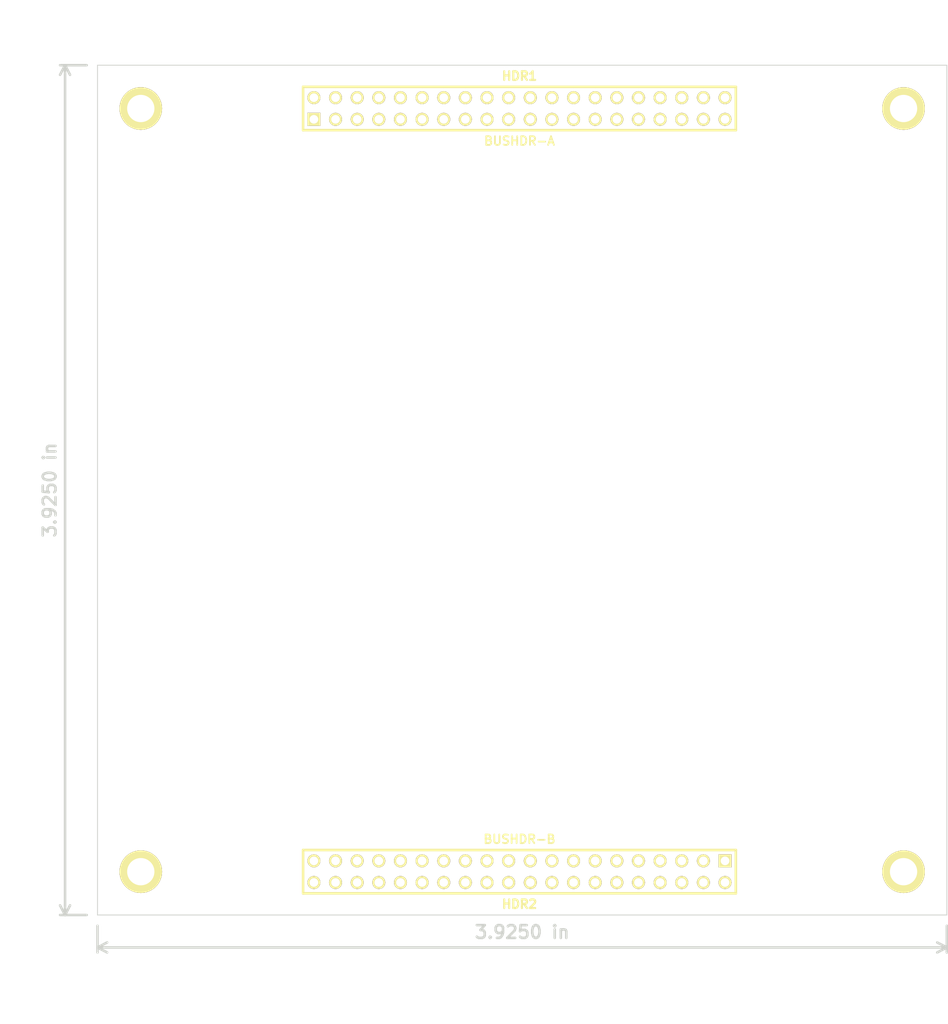
<source format=kicad_pcb>
(kicad_pcb (version 4) (host pcbnew 4.0.2-stable)

  (general
    (links 6)
    (no_connects 6)
    (area 34.545002 127.325 146.100001 249.080001)
    (thickness 1.6)
    (drawings 10)
    (tracks 0)
    (zones 0)
    (modules 6)
    (nets 75)
  )

  (page A3)
  (layers
    (0 F.Cu signal)
    (31 B.Cu signal)
    (32 B.Adhes user)
    (33 F.Adhes user)
    (34 B.Paste user)
    (35 F.Paste user)
    (36 B.SilkS user)
    (37 F.SilkS user)
    (38 B.Mask user)
    (39 F.Mask user)
    (40 Dwgs.User user)
    (41 Cmts.User user)
    (42 Eco1.User user)
    (43 Eco2.User user)
    (44 Edge.Cuts user)
  )

  (setup
    (last_trace_width 0.254)
    (trace_clearance 0.254)
    (zone_clearance 0.508)
    (zone_45_only no)
    (trace_min 0.254)
    (segment_width 0.2)
    (edge_width 0.1)
    (via_size 0.889)
    (via_drill 0.635)
    (via_min_size 0.889)
    (via_min_drill 0.508)
    (uvia_size 0.508)
    (uvia_drill 0.127)
    (uvias_allowed no)
    (uvia_min_size 0.508)
    (uvia_min_drill 0.127)
    (pcb_text_width 0.3)
    (pcb_text_size 1.5 1.5)
    (mod_edge_width 0.381)
    (mod_text_size 1 1)
    (mod_text_width 0.15)
    (pad_size 5 5)
    (pad_drill 3.2)
    (pad_to_mask_clearance 0)
    (aux_axis_origin 46.355 234.315)
    (visible_elements 7FFFE7FF)
    (pcbplotparams
      (layerselection 0x00030_80000001)
      (usegerberextensions true)
      (excludeedgelayer true)
      (linewidth 0.150000)
      (plotframeref false)
      (viasonmask false)
      (mode 1)
      (useauxorigin false)
      (hpglpennumber 1)
      (hpglpenspeed 20)
      (hpglpendiameter 15)
      (hpglpenoverlay 2)
      (psnegative false)
      (psa4output false)
      (plotreference true)
      (plotvalue true)
      (plotinvisibletext false)
      (padsonsilk false)
      (subtractmaskfromsilk false)
      (outputformat 1)
      (mirror false)
      (drillshape 1)
      (scaleselection 1)
      (outputdirectory ""))
  )

  (net 0 "")
  (net 1 /!BUSACK)
  (net 2 /!BUSREQ)
  (net 3 /!CPU_HALT)
  (net 4 /!CPU_INT)
  (net 5 /!CPU_M1)
  (net 6 /!CPU_RESET)
  (net 7 /!CPU_WAIT)
  (net 8 /!IOREQ)
  (net 9 /!MBE0)
  (net 10 /!MBE1)
  (net 11 /!MBE2)
  (net 12 /!MBE3)
  (net 13 /!MEMREQ)
  (net 14 /!NMI)
  (net 15 /!RD)
  (net 16 /!REFRESH)
  (net 17 /!WR)
  (net 18 /A0)
  (net 19 /A1)
  (net 20 /A10)
  (net 21 /A11)
  (net 22 /A12)
  (net 23 /A13)
  (net 24 /A14)
  (net 25 /A15)
  (net 26 /A2)
  (net 27 /A3)
  (net 28 /A4)
  (net 29 /A5)
  (net 30 /A6)
  (net 31 /A7)
  (net 32 /A8)
  (net 33 /A9)
  (net 34 /CPU_ME)
  (net 35 /D0)
  (net 36 /D1)
  (net 37 /D2)
  (net 38 /D3)
  (net 39 /D4)
  (net 40 /D5)
  (net 41 /D6)
  (net 42 /D7)
  (net 43 /MA12)
  (net 44 /MA13)
  (net 45 /MA14)
  (net 46 /MA15)
  (net 47 GND)
  (net 48 VCC)
  (net 49 "Net-(HDR1-Pad19)")
  (net 50 "Net-(HDR1-Pad21)")
  (net 51 "Net-(HDR1-Pad20)")
  (net 52 "Net-(HDR1-Pad22)")
  (net 53 "Net-(HDR1-Pad36)")
  (net 54 "Net-(HDR1-Pad38)")
  (net 55 "Net-(HDR1-Pad35)")
  (net 56 "Net-(HDR1-Pad37)")
  (net 57 "Net-(HDR1-Pad39)")
  (net 58 "Net-(HDR1-Pad40)")
  (net 59 "Net-(HDR2-Pad21)")
  (net 60 "Net-(HDR2-Pad23)")
  (net 61 "Net-(HDR2-Pad25)")
  (net 62 "Net-(HDR2-Pad27)")
  (net 63 /!CPU_CLK)
  (net 64 "Net-(HDR2-Pad29)")
  (net 65 "Net-(HDR2-Pad22)")
  (net 66 "Net-(HDR2-Pad31)")
  (net 67 "Net-(HDR2-Pad24)")
  (net 68 "Net-(HDR2-Pad26)")
  (net 69 "Net-(HDR2-Pad28)")
  (net 70 "Net-(HDR2-Pad38)")
  (net 71 "Net-(HDR2-Pad37)")
  (net 72 "Net-(HDR2-Pad39)")
  (net 73 "Net-(HDR2-Pad40)")
  (net 74 "Net-(HDR2-Pad30)")

  (net_class Default "This is the default net class."
    (clearance 0.254)
    (trace_width 0.254)
    (via_dia 0.889)
    (via_drill 0.635)
    (uvia_dia 0.508)
    (uvia_drill 0.127)
    (add_net /!BUSACK)
    (add_net /!BUSREQ)
    (add_net /!CPU_CLK)
    (add_net /!CPU_HALT)
    (add_net /!CPU_INT)
    (add_net /!CPU_M1)
    (add_net /!CPU_RESET)
    (add_net /!CPU_WAIT)
    (add_net /!IOREQ)
    (add_net /!MBE0)
    (add_net /!MBE1)
    (add_net /!MBE2)
    (add_net /!MBE3)
    (add_net /!MEMREQ)
    (add_net /!NMI)
    (add_net /!RD)
    (add_net /!REFRESH)
    (add_net /!WR)
    (add_net /A0)
    (add_net /A1)
    (add_net /A10)
    (add_net /A11)
    (add_net /A12)
    (add_net /A13)
    (add_net /A14)
    (add_net /A15)
    (add_net /A2)
    (add_net /A3)
    (add_net /A4)
    (add_net /A5)
    (add_net /A6)
    (add_net /A7)
    (add_net /A8)
    (add_net /A9)
    (add_net /CPU_ME)
    (add_net /D0)
    (add_net /D1)
    (add_net /D2)
    (add_net /D3)
    (add_net /D4)
    (add_net /D5)
    (add_net /D6)
    (add_net /D7)
    (add_net /MA12)
    (add_net /MA13)
    (add_net /MA14)
    (add_net /MA15)
    (add_net GND)
    (add_net "Net-(HDR1-Pad19)")
    (add_net "Net-(HDR1-Pad20)")
    (add_net "Net-(HDR1-Pad21)")
    (add_net "Net-(HDR1-Pad22)")
    (add_net "Net-(HDR1-Pad35)")
    (add_net "Net-(HDR1-Pad36)")
    (add_net "Net-(HDR1-Pad37)")
    (add_net "Net-(HDR1-Pad38)")
    (add_net "Net-(HDR1-Pad39)")
    (add_net "Net-(HDR1-Pad40)")
    (add_net "Net-(HDR2-Pad21)")
    (add_net "Net-(HDR2-Pad22)")
    (add_net "Net-(HDR2-Pad23)")
    (add_net "Net-(HDR2-Pad24)")
    (add_net "Net-(HDR2-Pad25)")
    (add_net "Net-(HDR2-Pad26)")
    (add_net "Net-(HDR2-Pad27)")
    (add_net "Net-(HDR2-Pad28)")
    (add_net "Net-(HDR2-Pad29)")
    (add_net "Net-(HDR2-Pad30)")
    (add_net "Net-(HDR2-Pad31)")
    (add_net "Net-(HDR2-Pad37)")
    (add_net "Net-(HDR2-Pad38)")
    (add_net "Net-(HDR2-Pad39)")
    (add_net "Net-(HDR2-Pad40)")
    (add_net VCC)
  )

  (module 1pin (layer F.Cu) (tedit 573F227B) (tstamp 56DC1F43)
    (at 140.97 139.7)
    (descr "module 1 pin (ou trou mecanique de percage)")
    (tags DEV)
    (path 1pin)
    (fp_text reference 1PIN (at 0 -3.048) (layer F.SilkS) hide
      (effects (font (size 1.016 1.016) (thickness 0.254)))
    )
    (fp_text value P*** (at 0 2.794) (layer F.SilkS) hide
      (effects (font (size 1.016 1.016) (thickness 0.254)))
    )
    (fp_circle (center 0 0) (end 0 -2.286) (layer F.SilkS) (width 0.381))
    (pad 1 thru_hole circle (at 0 0) (size 5 5) (drill 3.2) (layers *.Cu *.Mask F.SilkS)
      (net 47 GND))
  )

  (module 1pin (layer F.Cu) (tedit 573F2264) (tstamp 56DC1F21)
    (at 51.435 139.7)
    (descr "module 1 pin (ou trou mecanique de percage)")
    (tags DEV)
    (path 1pin)
    (fp_text reference 1PIN (at 0 -3.048) (layer F.SilkS) hide
      (effects (font (size 1.016 1.016) (thickness 0.254)))
    )
    (fp_text value P*** (at 0 2.794) (layer F.SilkS) hide
      (effects (font (size 1.016 1.016) (thickness 0.254)))
    )
    (fp_circle (center 0 0) (end 0 -2.286) (layer F.SilkS) (width 0.381))
    (pad 1 thru_hole circle (at 0 0) (size 5 5) (drill 3.2) (layers *.Cu *.Mask F.SilkS)
      (net 47 GND))
  )

  (module 1pin (layer F.Cu) (tedit 573F22CF) (tstamp 56DC1EF5)
    (at 140.97 229.235)
    (descr "module 1 pin (ou trou mecanique de percage)")
    (tags DEV)
    (path 1pin)
    (fp_text reference 1PIN (at 0 -3.048) (layer F.SilkS) hide
      (effects (font (size 1.016 1.016) (thickness 0.254)))
    )
    (fp_text value P*** (at 0 2.794) (layer F.SilkS) hide
      (effects (font (size 1.016 1.016) (thickness 0.254)))
    )
    (fp_circle (center 0 0) (end 0 -2.286) (layer F.SilkS) (width 0.381))
    (pad 1 thru_hole circle (at 0 0) (size 5 5) (drill 3.2) (layers *.Cu *.Mask F.SilkS)
      (net 47 GND))
  )

  (module 1pin (layer F.Cu) (tedit 573F22C8) (tstamp 56DC1EC1)
    (at 51.435 229.235)
    (descr "module 1 pin (ou trou mecanique de percage)")
    (tags DEV)
    (path 1pin)
    (fp_text reference 1PIN (at 0 -3.048) (layer F.SilkS) hide
      (effects (font (size 1.016 1.016) (thickness 0.254)))
    )
    (fp_text value P*** (at 0 2.794) (layer F.SilkS) hide
      (effects (font (size 1.016 1.016) (thickness 0.254)))
    )
    (fp_circle (center 0 0) (end 0 -2.286) (layer F.SilkS) (width 0.381))
    (pad 1 thru_hole circle (at 0 0) (size 5 5) (drill 3.2) (layers *.Cu *.Mask F.SilkS)
      (net 47 GND))
  )

  (module PIN_ARRAY_20X2 (layer F.Cu) (tedit 5031D84E) (tstamp 56DC2B2A)
    (at 95.885 139.7)
    (descr "Double rangee de contacts 2 x 12 pins")
    (tags CONN)
    (path /56DAA35D)
    (fp_text reference HDR1 (at 0 -3.81) (layer F.SilkS)
      (effects (font (size 1.016 1.016) (thickness 0.27432)))
    )
    (fp_text value BUSHDR-A (at 0 3.81) (layer F.SilkS)
      (effects (font (size 1.016 1.016) (thickness 0.2032)))
    )
    (fp_line (start 25.4 2.54) (end -25.4 2.54) (layer F.SilkS) (width 0.3048))
    (fp_line (start 25.4 -2.54) (end -25.4 -2.54) (layer F.SilkS) (width 0.3048))
    (fp_line (start 25.4 -2.54) (end 25.4 2.54) (layer F.SilkS) (width 0.3048))
    (fp_line (start -25.4 -2.54) (end -25.4 2.54) (layer F.SilkS) (width 0.3048))
    (pad 1 thru_hole rect (at -24.13 1.27) (size 1.524 1.524) (drill 1.016) (layers *.Cu *.Mask F.SilkS)
      (net 47 GND))
    (pad 2 thru_hole circle (at -24.13 -1.27) (size 1.524 1.524) (drill 1.016) (layers *.Cu *.Mask F.SilkS)
      (net 48 VCC))
    (pad 11 thru_hole circle (at -11.43 1.27) (size 1.524 1.524) (drill 1.016) (layers *.Cu *.Mask F.SilkS)
      (net 32 /A8))
    (pad 4 thru_hole circle (at -21.59 -1.27) (size 1.524 1.524) (drill 1.016) (layers *.Cu *.Mask F.SilkS)
      (net 19 /A1))
    (pad 13 thru_hole circle (at -8.89 1.27) (size 1.524 1.524) (drill 1.016) (layers *.Cu *.Mask F.SilkS)
      (net 20 /A10))
    (pad 6 thru_hole circle (at -19.05 -1.27) (size 1.524 1.524) (drill 1.016) (layers *.Cu *.Mask F.SilkS)
      (net 27 /A3))
    (pad 15 thru_hole circle (at -6.35 1.27) (size 1.524 1.524) (drill 1.016) (layers *.Cu *.Mask F.SilkS)
      (net 43 /MA12))
    (pad 8 thru_hole circle (at -16.51 -1.27) (size 1.524 1.524) (drill 1.016) (layers *.Cu *.Mask F.SilkS)
      (net 29 /A5))
    (pad 17 thru_hole circle (at -3.81 1.27) (size 1.524 1.524) (drill 1.016) (layers *.Cu *.Mask F.SilkS)
      (net 45 /MA14))
    (pad 10 thru_hole circle (at -13.97 -1.27) (size 1.524 1.524) (drill 1.016) (layers *.Cu *.Mask F.SilkS)
      (net 31 /A7))
    (pad 19 thru_hole circle (at -1.27 1.27) (size 1.524 1.524) (drill 1.016) (layers *.Cu *.Mask F.SilkS)
      (net 49 "Net-(HDR1-Pad19)"))
    (pad 12 thru_hole circle (at -11.43 -1.27) (size 1.524 1.524) (drill 1.016) (layers *.Cu *.Mask F.SilkS)
      (net 33 /A9))
    (pad 21 thru_hole circle (at 1.27 1.27) (size 1.524 1.524) (drill 1.016) (layers *.Cu *.Mask F.SilkS)
      (net 50 "Net-(HDR1-Pad21)"))
    (pad 14 thru_hole circle (at -8.89 -1.27) (size 1.524 1.524) (drill 1.016) (layers *.Cu *.Mask F.SilkS)
      (net 21 /A11))
    (pad 23 thru_hole circle (at 3.81 1.27) (size 1.524 1.524) (drill 1.016) (layers *.Cu *.Mask F.SilkS)
      (net 35 /D0))
    (pad 16 thru_hole circle (at -6.35 -1.27) (size 1.524 1.524) (drill 1.016) (layers *.Cu *.Mask F.SilkS)
      (net 44 /MA13))
    (pad 25 thru_hole circle (at 6.35 1.27) (size 1.524 1.524) (drill 1.016) (layers *.Cu *.Mask F.SilkS)
      (net 37 /D2))
    (pad 18 thru_hole circle (at -3.81 -1.27) (size 1.524 1.524) (drill 1.016) (layers *.Cu *.Mask F.SilkS)
      (net 46 /MA15))
    (pad 27 thru_hole circle (at 8.89 1.27) (size 1.524 1.524) (drill 1.016) (layers *.Cu *.Mask F.SilkS)
      (net 39 /D4))
    (pad 20 thru_hole circle (at -1.27 -1.27) (size 1.524 1.524) (drill 1.016) (layers *.Cu *.Mask F.SilkS)
      (net 51 "Net-(HDR1-Pad20)"))
    (pad 29 thru_hole circle (at 11.43 1.27) (size 1.524 1.524) (drill 1.016) (layers *.Cu *.Mask F.SilkS)
      (net 41 /D6))
    (pad 22 thru_hole circle (at 1.27 -1.27) (size 1.524 1.524) (drill 1.016) (layers *.Cu *.Mask F.SilkS)
      (net 52 "Net-(HDR1-Pad22)"))
    (pad 31 thru_hole circle (at 13.97 1.27) (size 1.524 1.524) (drill 1.016) (layers *.Cu *.Mask F.SilkS)
      (net 13 /!MEMREQ))
    (pad 24 thru_hole circle (at 3.81 -1.27) (size 1.524 1.524) (drill 1.016) (layers *.Cu *.Mask F.SilkS)
      (net 36 /D1))
    (pad 26 thru_hole circle (at 6.35 -1.27) (size 1.524 1.524) (drill 1.016) (layers *.Cu *.Mask F.SilkS)
      (net 38 /D3))
    (pad 33 thru_hole circle (at 16.51 1.27) (size 1.524 1.524) (drill 1.016) (layers *.Cu *.Mask F.SilkS)
      (net 15 /!RD))
    (pad 28 thru_hole circle (at 8.89 -1.27) (size 1.524 1.524) (drill 1.016) (layers *.Cu *.Mask F.SilkS)
      (net 40 /D5))
    (pad 32 thru_hole circle (at 13.97 -1.27) (size 1.524 1.524) (drill 1.016) (layers *.Cu *.Mask F.SilkS)
      (net 17 /!WR))
    (pad 34 thru_hole circle (at 16.51 -1.27) (size 1.524 1.524) (drill 1.016) (layers *.Cu *.Mask F.SilkS)
      (net 7 /!CPU_WAIT))
    (pad 36 thru_hole circle (at 19.05 -1.27) (size 1.524 1.524) (drill 1.016) (layers *.Cu *.Mask F.SilkS)
      (net 53 "Net-(HDR1-Pad36)"))
    (pad 38 thru_hole circle (at 21.59 -1.27) (size 1.524 1.524) (drill 1.016) (layers *.Cu *.Mask F.SilkS)
      (net 54 "Net-(HDR1-Pad38)"))
    (pad 35 thru_hole circle (at 19.05 1.27) (size 1.524 1.524) (drill 1.016) (layers *.Cu *.Mask F.SilkS)
      (net 55 "Net-(HDR1-Pad35)"))
    (pad 37 thru_hole circle (at 21.59 1.27) (size 1.524 1.524) (drill 1.016) (layers *.Cu *.Mask F.SilkS)
      (net 56 "Net-(HDR1-Pad37)"))
    (pad 3 thru_hole circle (at -21.59 1.27) (size 1.524 1.524) (drill 1.016) (layers *.Cu *.Mask F.SilkS)
      (net 18 /A0))
    (pad 5 thru_hole circle (at -19.05 1.27) (size 1.524 1.524) (drill 1.016) (layers *.Cu *.Mask F.SilkS)
      (net 26 /A2))
    (pad 7 thru_hole circle (at -16.51 1.27) (size 1.524 1.524) (drill 1.016) (layers *.Cu *.Mask F.SilkS)
      (net 28 /A4))
    (pad 9 thru_hole circle (at -13.97 1.27) (size 1.524 1.524) (drill 1.016) (layers *.Cu *.Mask F.SilkS)
      (net 30 /A6))
    (pad 39 thru_hole circle (at 24.13 1.27) (size 1.524 1.524) (drill 1.016) (layers *.Cu *.Mask F.SilkS)
      (net 57 "Net-(HDR1-Pad39)"))
    (pad 40 thru_hole circle (at 24.13 -1.27) (size 1.524 1.524) (drill 1.016) (layers *.Cu *.Mask F.SilkS)
      (net 58 "Net-(HDR1-Pad40)"))
    (pad 30 thru_hole circle (at 11.43 -1.27) (size 1.524 1.524) (drill 1.016) (layers *.Cu *.Mask F.SilkS)
      (net 42 /D7))
    (model pin_array/pins_array_20x2.wrl
      (at (xyz 0 0 0))
      (scale (xyz 1 1 1))
      (rotate (xyz 0 0 0))
    )
  )

  (module PIN_ARRAY_20X2 (layer F.Cu) (tedit 5031D84E) (tstamp 56DAB048)
    (at 95.885 229.235 180)
    (descr "Double rangee de contacts 2 x 12 pins")
    (tags CONN)
    (path /56DAA36C)
    (fp_text reference HDR2 (at 0 -3.81 180) (layer F.SilkS)
      (effects (font (size 1.016 1.016) (thickness 0.27432)))
    )
    (fp_text value BUSHDR-B (at 0 3.81 180) (layer F.SilkS)
      (effects (font (size 1.016 1.016) (thickness 0.2032)))
    )
    (fp_line (start 25.4 2.54) (end -25.4 2.54) (layer F.SilkS) (width 0.3048))
    (fp_line (start 25.4 -2.54) (end -25.4 -2.54) (layer F.SilkS) (width 0.3048))
    (fp_line (start 25.4 -2.54) (end 25.4 2.54) (layer F.SilkS) (width 0.3048))
    (fp_line (start -25.4 -2.54) (end -25.4 2.54) (layer F.SilkS) (width 0.3048))
    (pad 1 thru_hole rect (at -24.13 1.27 180) (size 1.524 1.524) (drill 1.016) (layers *.Cu *.Mask F.SilkS)
      (net 47 GND))
    (pad 2 thru_hole circle (at -24.13 -1.27 180) (size 1.524 1.524) (drill 1.016) (layers *.Cu *.Mask F.SilkS)
      (net 48 VCC))
    (pad 11 thru_hole circle (at -11.43 1.27 180) (size 1.524 1.524) (drill 1.016) (layers *.Cu *.Mask F.SilkS)
      (net 15 /!RD))
    (pad 4 thru_hole circle (at -21.59 -1.27 180) (size 1.524 1.524) (drill 1.016) (layers *.Cu *.Mask F.SilkS)
      (net 1 /!BUSACK))
    (pad 13 thru_hole circle (at -8.89 1.27 180) (size 1.524 1.524) (drill 1.016) (layers *.Cu *.Mask F.SilkS)
      (net 4 /!CPU_INT))
    (pad 6 thru_hole circle (at -19.05 -1.27 180) (size 1.524 1.524) (drill 1.016) (layers *.Cu *.Mask F.SilkS)
      (net 7 /!CPU_WAIT))
    (pad 15 thru_hole circle (at -6.35 1.27 180) (size 1.524 1.524) (drill 1.016) (layers *.Cu *.Mask F.SilkS)
      (net 22 /A12))
    (pad 8 thru_hole circle (at -16.51 -1.27 180) (size 1.524 1.524) (drill 1.016) (layers *.Cu *.Mask F.SilkS)
      (net 16 /!REFRESH))
    (pad 17 thru_hole circle (at -3.81 1.27 180) (size 1.524 1.524) (drill 1.016) (layers *.Cu *.Mask F.SilkS)
      (net 24 /A14))
    (pad 10 thru_hole circle (at -13.97 -1.27 180) (size 1.524 1.524) (drill 1.016) (layers *.Cu *.Mask F.SilkS)
      (net 8 /!IOREQ))
    (pad 19 thru_hole circle (at -1.27 1.27 180) (size 1.524 1.524) (drill 1.016) (layers *.Cu *.Mask F.SilkS)
      (net 6 /!CPU_RESET))
    (pad 12 thru_hole circle (at -11.43 -1.27 180) (size 1.524 1.524) (drill 1.016) (layers *.Cu *.Mask F.SilkS)
      (net 17 /!WR))
    (pad 21 thru_hole circle (at 1.27 1.27 180) (size 1.524 1.524) (drill 1.016) (layers *.Cu *.Mask F.SilkS)
      (net 59 "Net-(HDR2-Pad21)"))
    (pad 14 thru_hole circle (at -8.89 -1.27 180) (size 1.524 1.524) (drill 1.016) (layers *.Cu *.Mask F.SilkS)
      (net 14 /!NMI))
    (pad 23 thru_hole circle (at 3.81 1.27 180) (size 1.524 1.524) (drill 1.016) (layers *.Cu *.Mask F.SilkS)
      (net 60 "Net-(HDR2-Pad23)"))
    (pad 16 thru_hole circle (at -6.35 -1.27 180) (size 1.524 1.524) (drill 1.016) (layers *.Cu *.Mask F.SilkS)
      (net 23 /A13))
    (pad 25 thru_hole circle (at 6.35 1.27 180) (size 1.524 1.524) (drill 1.016) (layers *.Cu *.Mask F.SilkS)
      (net 61 "Net-(HDR2-Pad25)"))
    (pad 18 thru_hole circle (at -3.81 -1.27 180) (size 1.524 1.524) (drill 1.016) (layers *.Cu *.Mask F.SilkS)
      (net 25 /A15))
    (pad 27 thru_hole circle (at 8.89 1.27 180) (size 1.524 1.524) (drill 1.016) (layers *.Cu *.Mask F.SilkS)
      (net 62 "Net-(HDR2-Pad27)"))
    (pad 20 thru_hole circle (at -1.27 -1.27 180) (size 1.524 1.524) (drill 1.016) (layers *.Cu *.Mask F.SilkS)
      (net 63 /!CPU_CLK))
    (pad 29 thru_hole circle (at 11.43 1.27 180) (size 1.524 1.524) (drill 1.016) (layers *.Cu *.Mask F.SilkS)
      (net 64 "Net-(HDR2-Pad29)"))
    (pad 22 thru_hole circle (at 1.27 -1.27 180) (size 1.524 1.524) (drill 1.016) (layers *.Cu *.Mask F.SilkS)
      (net 65 "Net-(HDR2-Pad22)"))
    (pad 31 thru_hole circle (at 13.97 1.27 180) (size 1.524 1.524) (drill 1.016) (layers *.Cu *.Mask F.SilkS)
      (net 66 "Net-(HDR2-Pad31)"))
    (pad 24 thru_hole circle (at 3.81 -1.27 180) (size 1.524 1.524) (drill 1.016) (layers *.Cu *.Mask F.SilkS)
      (net 67 "Net-(HDR2-Pad24)"))
    (pad 26 thru_hole circle (at 6.35 -1.27 180) (size 1.524 1.524) (drill 1.016) (layers *.Cu *.Mask F.SilkS)
      (net 68 "Net-(HDR2-Pad26)"))
    (pad 33 thru_hole circle (at 16.51 1.27 180) (size 1.524 1.524) (drill 1.016) (layers *.Cu *.Mask F.SilkS)
      (net 9 /!MBE0))
    (pad 28 thru_hole circle (at 8.89 -1.27 180) (size 1.524 1.524) (drill 1.016) (layers *.Cu *.Mask F.SilkS)
      (net 69 "Net-(HDR2-Pad28)"))
    (pad 32 thru_hole circle (at 13.97 -1.27 180) (size 1.524 1.524) (drill 1.016) (layers *.Cu *.Mask F.SilkS)
      (net 34 /CPU_ME))
    (pad 34 thru_hole circle (at 16.51 -1.27 180) (size 1.524 1.524) (drill 1.016) (layers *.Cu *.Mask F.SilkS)
      (net 10 /!MBE1))
    (pad 36 thru_hole circle (at 19.05 -1.27 180) (size 1.524 1.524) (drill 1.016) (layers *.Cu *.Mask F.SilkS)
      (net 12 /!MBE3))
    (pad 38 thru_hole circle (at 21.59 -1.27 180) (size 1.524 1.524) (drill 1.016) (layers *.Cu *.Mask F.SilkS)
      (net 70 "Net-(HDR2-Pad38)"))
    (pad 35 thru_hole circle (at 19.05 1.27 180) (size 1.524 1.524) (drill 1.016) (layers *.Cu *.Mask F.SilkS)
      (net 11 /!MBE2))
    (pad 37 thru_hole circle (at 21.59 1.27 180) (size 1.524 1.524) (drill 1.016) (layers *.Cu *.Mask F.SilkS)
      (net 71 "Net-(HDR2-Pad37)"))
    (pad 3 thru_hole circle (at -21.59 1.27 180) (size 1.524 1.524) (drill 1.016) (layers *.Cu *.Mask F.SilkS)
      (net 2 /!BUSREQ))
    (pad 5 thru_hole circle (at -19.05 1.27 180) (size 1.524 1.524) (drill 1.016) (layers *.Cu *.Mask F.SilkS)
      (net 3 /!CPU_HALT))
    (pad 7 thru_hole circle (at -16.51 1.27 180) (size 1.524 1.524) (drill 1.016) (layers *.Cu *.Mask F.SilkS)
      (net 5 /!CPU_M1))
    (pad 9 thru_hole circle (at -13.97 1.27 180) (size 1.524 1.524) (drill 1.016) (layers *.Cu *.Mask F.SilkS)
      (net 13 /!MEMREQ))
    (pad 39 thru_hole circle (at 24.13 1.27 180) (size 1.524 1.524) (drill 1.016) (layers *.Cu *.Mask F.SilkS)
      (net 72 "Net-(HDR2-Pad39)"))
    (pad 40 thru_hole circle (at 24.13 -1.27 180) (size 1.524 1.524) (drill 1.016) (layers *.Cu *.Mask F.SilkS)
      (net 73 "Net-(HDR2-Pad40)"))
    (pad 30 thru_hole circle (at 11.43 -1.27 180) (size 1.524 1.524) (drill 1.016) (layers *.Cu *.Mask F.SilkS)
      (net 74 "Net-(HDR2-Pad30)"))
    (model pin_array/pins_array_20x2.wrl
      (at (xyz 0 0 0))
      (scale (xyz 1 1 1))
      (rotate (xyz 0 0 0))
    )
  )

  (dimension 24.13 (width 0.3) (layer Eco2.User)
    (gr_text "24,130 mm" (at 133.985 247.73) (layer Eco2.User)
      (effects (font (size 1.5 1.5) (thickness 0.3)))
    )
    (feature1 (pts (xy 146.05 229.235) (xy 146.05 249.08)))
    (feature2 (pts (xy 121.92 229.235) (xy 121.92 249.08)))
    (crossbar (pts (xy 121.92 246.38) (xy 146.05 246.38)))
    (arrow1a (pts (xy 146.05 246.38) (xy 144.923496 246.966421)))
    (arrow1b (pts (xy 146.05 246.38) (xy 144.923496 245.793579)))
    (arrow2a (pts (xy 121.92 246.38) (xy 123.046504 246.966421)))
    (arrow2b (pts (xy 121.92 246.38) (xy 123.046504 245.793579)))
  )
  (dimension 24.765 (width 0.3) (layer Eco2.User)
    (gr_text "24,765 mm" (at 58.7375 246.46) (layer Eco2.User) (tstamp 56F1870B)
      (effects (font (size 1.5 1.5) (thickness 0.3)))
    )
    (feature1 (pts (xy 71.12 229.235) (xy 71.12 247.81)))
    (feature2 (pts (xy 46.355 229.235) (xy 46.355 247.81)))
    (crossbar (pts (xy 46.355 245.11) (xy 71.12 245.11)))
    (arrow1a (pts (xy 71.12 245.11) (xy 69.993496 245.696421)))
    (arrow1b (pts (xy 71.12 245.11) (xy 69.993496 244.523579)))
    (arrow2a (pts (xy 46.355 245.11) (xy 47.481504 245.696421)))
    (arrow2b (pts (xy 46.355 245.11) (xy 47.481504 244.523579)))
  )
  (dimension 24.765 (width 0.3) (layer Eco2.User)
    (gr_text "24,765 mm" (at 133.6675 128.825) (layer Eco2.User)
      (effects (font (size 1.5 1.5) (thickness 0.3)))
    )
    (feature1 (pts (xy 146.05 139.7) (xy 146.05 127.475)))
    (feature2 (pts (xy 121.285 139.7) (xy 121.285 127.475)))
    (crossbar (pts (xy 121.285 130.175) (xy 146.05 130.175)))
    (arrow1a (pts (xy 146.05 130.175) (xy 144.923496 130.761421)))
    (arrow1b (pts (xy 146.05 130.175) (xy 144.923496 129.588579)))
    (arrow2a (pts (xy 121.285 130.175) (xy 122.411504 130.761421)))
    (arrow2b (pts (xy 121.285 130.175) (xy 122.411504 129.588579)))
  )
  (dimension 24.13 (width 0.3) (layer Eco2.User)
    (gr_text "24,130 mm" (at 58.42 128.825) (layer Eco2.User)
      (effects (font (size 1.5 1.5) (thickness 0.3)))
    )
    (feature1 (pts (xy 70.485 139.7) (xy 70.485 127.475)))
    (feature2 (pts (xy 46.355 139.7) (xy 46.355 127.475)))
    (crossbar (pts (xy 46.355 130.175) (xy 70.485 130.175)))
    (arrow1a (pts (xy 70.485 130.175) (xy 69.358496 130.761421)))
    (arrow1b (pts (xy 70.485 130.175) (xy 69.358496 129.588579)))
    (arrow2a (pts (xy 46.355 130.175) (xy 47.481504 130.761421)))
    (arrow2b (pts (xy 46.355 130.175) (xy 47.481504 129.588579)))
  )
  (gr_line (start 146.05 234.315) (end 46.355 234.315) (angle 90) (layer Edge.Cuts) (width 0.1))
  (gr_line (start 146.05 134.62) (end 146.05 234.315) (angle 90) (layer Edge.Cuts) (width 0.1))
  (gr_line (start 46.355 134.62) (end 146.05 134.62) (angle 90) (layer Edge.Cuts) (width 0.1))
  (gr_line (start 46.355 234.315) (end 46.355 134.62) (angle 90) (layer Edge.Cuts) (width 0.1))
  (dimension 99.695 (width 0.3) (layer Edge.Cuts)
    (gr_text "99,695 mm" (at 96.2025 239.474999) (layer Edge.Cuts)
      (effects (font (size 1.5 1.5) (thickness 0.3)))
    )
    (feature1 (pts (xy 146.05 235.585) (xy 146.05 240.824999)))
    (feature2 (pts (xy 46.355 235.585) (xy 46.355 240.824999)))
    (crossbar (pts (xy 46.355 238.124999) (xy 146.05 238.124999)))
    (arrow1a (pts (xy 146.05 238.124999) (xy 144.923497 238.711419)))
    (arrow1b (pts (xy 146.05 238.124999) (xy 144.923497 237.538579)))
    (arrow2a (pts (xy 46.355 238.124999) (xy 47.481503 238.711419)))
    (arrow2b (pts (xy 46.355 238.124999) (xy 47.481503 237.538579)))
  )
  (dimension 99.695 (width 0.3) (layer Edge.Cuts)
    (gr_text "99,695 mm" (at 41.195001 184.4675 270) (layer Edge.Cuts)
      (effects (font (size 1.5 1.5) (thickness 0.3)))
    )
    (feature1 (pts (xy 45.085 234.315) (xy 39.845001 234.315)))
    (feature2 (pts (xy 45.085 134.62) (xy 39.845001 134.62)))
    (crossbar (pts (xy 42.545001 134.62) (xy 42.545001 234.315)))
    (arrow1a (pts (xy 42.545001 234.315) (xy 41.958581 233.188497)))
    (arrow1b (pts (xy 42.545001 234.315) (xy 43.131421 233.188497)))
    (arrow2a (pts (xy 42.545001 134.62) (xy 41.958581 135.746503)))
    (arrow2b (pts (xy 42.545001 134.62) (xy 43.131421 135.746503)))
  )

)

</source>
